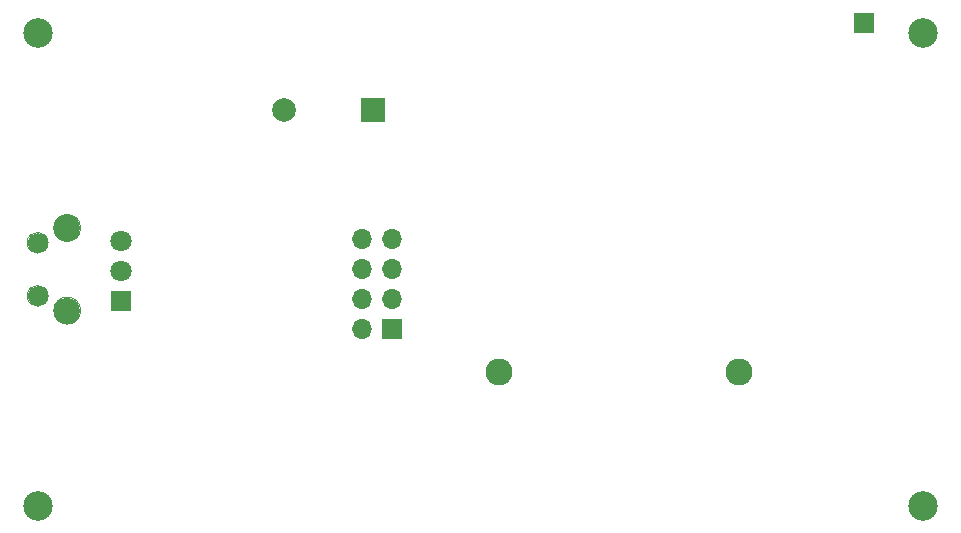
<source format=gbr>
G04 #@! TF.GenerationSoftware,KiCad,Pcbnew,5.1.8-db9833491~87~ubuntu20.04.1*
G04 #@! TF.CreationDate,2020-11-19T10:24:25+01:00*
G04 #@! TF.ProjectId,malory,6d616c6f-7279-42e6-9b69-6361645f7063,v1.0*
G04 #@! TF.SameCoordinates,Original*
G04 #@! TF.FileFunction,Soldermask,Bot*
G04 #@! TF.FilePolarity,Negative*
%FSLAX46Y46*%
G04 Gerber Fmt 4.6, Leading zero omitted, Abs format (unit mm)*
G04 Created by KiCad (PCBNEW 5.1.8-db9833491~87~ubuntu20.04.1) date 2020-11-19 10:24:25*
%MOMM*%
%LPD*%
G01*
G04 APERTURE LIST*
%ADD10C,0.100000*%
%ADD11R,2.000000X2.000000*%
%ADD12C,2.000000*%
%ADD13R,1.800000X1.800000*%
%ADD14C,1.800000*%
%ADD15C,2.500000*%
%ADD16R,1.700000X1.700000*%
%ADD17O,1.700000X1.700000*%
%ADD18C,2.286000*%
%ADD19C,2.200000*%
%ADD20C,1.700000*%
G04 APERTURE END LIST*
D10*
X116143000Y-99000000D02*
G75*
G03*
X116143000Y-99000000I-1143000J0D01*
G01*
X113389000Y-104750000D02*
G75*
G03*
X113389000Y-104750000I-889000J0D01*
G01*
X113389000Y-100250000D02*
G75*
G03*
X113389000Y-100250000I-889000J0D01*
G01*
X116143000Y-106000000D02*
G75*
G03*
X116143000Y-106000000I-1143000J0D01*
G01*
D11*
X140930000Y-89000000D03*
D12*
X133330000Y-89000000D03*
D13*
X119570000Y-105210000D03*
D14*
X119570000Y-102670000D03*
X119570000Y-100130000D03*
D15*
X112500000Y-82500000D03*
X112500000Y-122500000D03*
X187500000Y-122500000D03*
X187500000Y-82500000D03*
D16*
X182500000Y-81610000D03*
X142510000Y-107560000D03*
D17*
X139970000Y-107560000D03*
X142510000Y-105020000D03*
X139970000Y-105020000D03*
X142510000Y-102480000D03*
X139970000Y-102480000D03*
X142510000Y-99940000D03*
X139970000Y-99940000D03*
D18*
X171910000Y-111160000D03*
X151590000Y-111160000D03*
D19*
X115000000Y-99000000D03*
X115000000Y-106000000D03*
D20*
X112500000Y-100250000D03*
X112500000Y-104750000D03*
M02*

</source>
